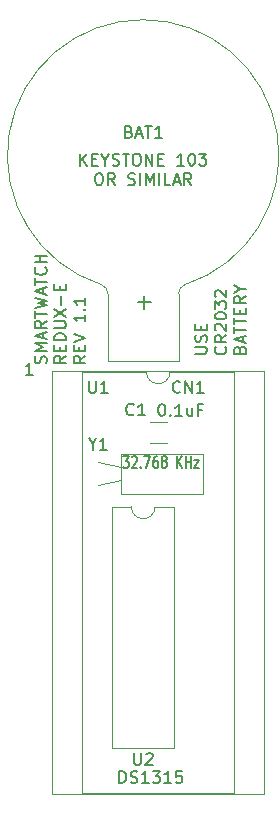
<source format=gto>
%TF.GenerationSoftware,KiCad,Pcbnew,(5.1.9)-1*%
%TF.CreationDate,2021-04-02T22:01:46+08:00*%
%TF.ProjectId,SmartWatchRedux-E,536d6172-7457-4617-9463-685265647578,rev?*%
%TF.SameCoordinates,Original*%
%TF.FileFunction,Legend,Top*%
%TF.FilePolarity,Positive*%
%FSLAX46Y46*%
G04 Gerber Fmt 4.6, Leading zero omitted, Abs format (unit mm)*
G04 Created by KiCad (PCBNEW (5.1.9)-1) date 2021-04-02 22:01:46*
%MOMM*%
%LPD*%
G01*
G04 APERTURE LIST*
%ADD10C,0.150000*%
%ADD11C,0.120000*%
G04 APERTURE END LIST*
D10*
X107473714Y-62428380D02*
X106902285Y-62428380D01*
X107188000Y-62428380D02*
X107188000Y-61428380D01*
X107092761Y-61571238D01*
X106997523Y-61666476D01*
X106902285Y-61714095D01*
X108609761Y-61434023D02*
X108657380Y-61291166D01*
X108657380Y-61053071D01*
X108609761Y-60957833D01*
X108562142Y-60910214D01*
X108466904Y-60862595D01*
X108371666Y-60862595D01*
X108276428Y-60910214D01*
X108228809Y-60957833D01*
X108181190Y-61053071D01*
X108133571Y-61243547D01*
X108085952Y-61338785D01*
X108038333Y-61386404D01*
X107943095Y-61434023D01*
X107847857Y-61434023D01*
X107752619Y-61386404D01*
X107705000Y-61338785D01*
X107657380Y-61243547D01*
X107657380Y-61005452D01*
X107705000Y-60862595D01*
X108657380Y-60434023D02*
X107657380Y-60434023D01*
X108371666Y-60100690D01*
X107657380Y-59767357D01*
X108657380Y-59767357D01*
X108371666Y-59338785D02*
X108371666Y-58862595D01*
X108657380Y-59434023D02*
X107657380Y-59100690D01*
X108657380Y-58767357D01*
X108657380Y-57862595D02*
X108181190Y-58195928D01*
X108657380Y-58434023D02*
X107657380Y-58434023D01*
X107657380Y-58053071D01*
X107705000Y-57957833D01*
X107752619Y-57910214D01*
X107847857Y-57862595D01*
X107990714Y-57862595D01*
X108085952Y-57910214D01*
X108133571Y-57957833D01*
X108181190Y-58053071D01*
X108181190Y-58434023D01*
X107657380Y-57576880D02*
X107657380Y-57005452D01*
X108657380Y-57291166D02*
X107657380Y-57291166D01*
X107657380Y-56767357D02*
X108657380Y-56529261D01*
X107943095Y-56338785D01*
X108657380Y-56148309D01*
X107657380Y-55910214D01*
X108371666Y-55576880D02*
X108371666Y-55100690D01*
X108657380Y-55672119D02*
X107657380Y-55338785D01*
X108657380Y-55005452D01*
X107657380Y-54814976D02*
X107657380Y-54243547D01*
X108657380Y-54529261D02*
X107657380Y-54529261D01*
X108562142Y-53338785D02*
X108609761Y-53386404D01*
X108657380Y-53529261D01*
X108657380Y-53624500D01*
X108609761Y-53767357D01*
X108514523Y-53862595D01*
X108419285Y-53910214D01*
X108228809Y-53957833D01*
X108085952Y-53957833D01*
X107895476Y-53910214D01*
X107800238Y-53862595D01*
X107705000Y-53767357D01*
X107657380Y-53624500D01*
X107657380Y-53529261D01*
X107705000Y-53386404D01*
X107752619Y-53338785D01*
X108657380Y-52910214D02*
X107657380Y-52910214D01*
X108133571Y-52910214D02*
X108133571Y-52338785D01*
X108657380Y-52338785D02*
X107657380Y-52338785D01*
X110307380Y-60814976D02*
X109831190Y-61148309D01*
X110307380Y-61386404D02*
X109307380Y-61386404D01*
X109307380Y-61005452D01*
X109355000Y-60910214D01*
X109402619Y-60862595D01*
X109497857Y-60814976D01*
X109640714Y-60814976D01*
X109735952Y-60862595D01*
X109783571Y-60910214D01*
X109831190Y-61005452D01*
X109831190Y-61386404D01*
X109783571Y-60386404D02*
X109783571Y-60053071D01*
X110307380Y-59910214D02*
X110307380Y-60386404D01*
X109307380Y-60386404D01*
X109307380Y-59910214D01*
X110307380Y-59481642D02*
X109307380Y-59481642D01*
X109307380Y-59243547D01*
X109355000Y-59100690D01*
X109450238Y-59005452D01*
X109545476Y-58957833D01*
X109735952Y-58910214D01*
X109878809Y-58910214D01*
X110069285Y-58957833D01*
X110164523Y-59005452D01*
X110259761Y-59100690D01*
X110307380Y-59243547D01*
X110307380Y-59481642D01*
X109307380Y-58481642D02*
X110116904Y-58481642D01*
X110212142Y-58434023D01*
X110259761Y-58386404D01*
X110307380Y-58291166D01*
X110307380Y-58100690D01*
X110259761Y-58005452D01*
X110212142Y-57957833D01*
X110116904Y-57910214D01*
X109307380Y-57910214D01*
X109307380Y-57529261D02*
X110307380Y-56862595D01*
X109307380Y-56862595D02*
X110307380Y-57529261D01*
X109926428Y-56481642D02*
X109926428Y-55719738D01*
X109783571Y-55243547D02*
X109783571Y-54910214D01*
X110307380Y-54767357D02*
X110307380Y-55243547D01*
X109307380Y-55243547D01*
X109307380Y-54767357D01*
X111957380Y-60814976D02*
X111481190Y-61148309D01*
X111957380Y-61386404D02*
X110957380Y-61386404D01*
X110957380Y-61005452D01*
X111005000Y-60910214D01*
X111052619Y-60862595D01*
X111147857Y-60814976D01*
X111290714Y-60814976D01*
X111385952Y-60862595D01*
X111433571Y-60910214D01*
X111481190Y-61005452D01*
X111481190Y-61386404D01*
X111433571Y-60386404D02*
X111433571Y-60053071D01*
X111957380Y-59910214D02*
X111957380Y-60386404D01*
X110957380Y-60386404D01*
X110957380Y-59910214D01*
X110957380Y-59624500D02*
X111957380Y-59291166D01*
X110957380Y-58957833D01*
X111957380Y-57338785D02*
X111957380Y-57910214D01*
X111957380Y-57624500D02*
X110957380Y-57624500D01*
X111100238Y-57719738D01*
X111195476Y-57814976D01*
X111243095Y-57910214D01*
X111862142Y-56910214D02*
X111909761Y-56862595D01*
X111957380Y-56910214D01*
X111909761Y-56957833D01*
X111862142Y-56910214D01*
X111957380Y-56910214D01*
X111957380Y-55910214D02*
X111957380Y-56481642D01*
X111957380Y-56195928D02*
X110957380Y-56195928D01*
X111100238Y-56291166D01*
X111195476Y-56386404D01*
X111243095Y-56481642D01*
X121246380Y-60624404D02*
X122055904Y-60624404D01*
X122151142Y-60576785D01*
X122198761Y-60529166D01*
X122246380Y-60433928D01*
X122246380Y-60243452D01*
X122198761Y-60148214D01*
X122151142Y-60100595D01*
X122055904Y-60052976D01*
X121246380Y-60052976D01*
X122198761Y-59624404D02*
X122246380Y-59481547D01*
X122246380Y-59243452D01*
X122198761Y-59148214D01*
X122151142Y-59100595D01*
X122055904Y-59052976D01*
X121960666Y-59052976D01*
X121865428Y-59100595D01*
X121817809Y-59148214D01*
X121770190Y-59243452D01*
X121722571Y-59433928D01*
X121674952Y-59529166D01*
X121627333Y-59576785D01*
X121532095Y-59624404D01*
X121436857Y-59624404D01*
X121341619Y-59576785D01*
X121294000Y-59529166D01*
X121246380Y-59433928D01*
X121246380Y-59195833D01*
X121294000Y-59052976D01*
X121722571Y-58624404D02*
X121722571Y-58291071D01*
X122246380Y-58148214D02*
X122246380Y-58624404D01*
X121246380Y-58624404D01*
X121246380Y-58148214D01*
X123801142Y-60052976D02*
X123848761Y-60100595D01*
X123896380Y-60243452D01*
X123896380Y-60338690D01*
X123848761Y-60481547D01*
X123753523Y-60576785D01*
X123658285Y-60624404D01*
X123467809Y-60672023D01*
X123324952Y-60672023D01*
X123134476Y-60624404D01*
X123039238Y-60576785D01*
X122944000Y-60481547D01*
X122896380Y-60338690D01*
X122896380Y-60243452D01*
X122944000Y-60100595D01*
X122991619Y-60052976D01*
X123896380Y-59052976D02*
X123420190Y-59386309D01*
X123896380Y-59624404D02*
X122896380Y-59624404D01*
X122896380Y-59243452D01*
X122944000Y-59148214D01*
X122991619Y-59100595D01*
X123086857Y-59052976D01*
X123229714Y-59052976D01*
X123324952Y-59100595D01*
X123372571Y-59148214D01*
X123420190Y-59243452D01*
X123420190Y-59624404D01*
X122991619Y-58672023D02*
X122944000Y-58624404D01*
X122896380Y-58529166D01*
X122896380Y-58291071D01*
X122944000Y-58195833D01*
X122991619Y-58148214D01*
X123086857Y-58100595D01*
X123182095Y-58100595D01*
X123324952Y-58148214D01*
X123896380Y-58719642D01*
X123896380Y-58100595D01*
X122896380Y-57481547D02*
X122896380Y-57386309D01*
X122944000Y-57291071D01*
X122991619Y-57243452D01*
X123086857Y-57195833D01*
X123277333Y-57148214D01*
X123515428Y-57148214D01*
X123705904Y-57195833D01*
X123801142Y-57243452D01*
X123848761Y-57291071D01*
X123896380Y-57386309D01*
X123896380Y-57481547D01*
X123848761Y-57576785D01*
X123801142Y-57624404D01*
X123705904Y-57672023D01*
X123515428Y-57719642D01*
X123277333Y-57719642D01*
X123086857Y-57672023D01*
X122991619Y-57624404D01*
X122944000Y-57576785D01*
X122896380Y-57481547D01*
X122896380Y-56814880D02*
X122896380Y-56195833D01*
X123277333Y-56529166D01*
X123277333Y-56386309D01*
X123324952Y-56291071D01*
X123372571Y-56243452D01*
X123467809Y-56195833D01*
X123705904Y-56195833D01*
X123801142Y-56243452D01*
X123848761Y-56291071D01*
X123896380Y-56386309D01*
X123896380Y-56672023D01*
X123848761Y-56767261D01*
X123801142Y-56814880D01*
X122991619Y-55814880D02*
X122944000Y-55767261D01*
X122896380Y-55672023D01*
X122896380Y-55433928D01*
X122944000Y-55338690D01*
X122991619Y-55291071D01*
X123086857Y-55243452D01*
X123182095Y-55243452D01*
X123324952Y-55291071D01*
X123896380Y-55862500D01*
X123896380Y-55243452D01*
X125022571Y-60291071D02*
X125070190Y-60148214D01*
X125117809Y-60100595D01*
X125213047Y-60052976D01*
X125355904Y-60052976D01*
X125451142Y-60100595D01*
X125498761Y-60148214D01*
X125546380Y-60243452D01*
X125546380Y-60624404D01*
X124546380Y-60624404D01*
X124546380Y-60291071D01*
X124594000Y-60195833D01*
X124641619Y-60148214D01*
X124736857Y-60100595D01*
X124832095Y-60100595D01*
X124927333Y-60148214D01*
X124974952Y-60195833D01*
X125022571Y-60291071D01*
X125022571Y-60624404D01*
X125260666Y-59672023D02*
X125260666Y-59195833D01*
X125546380Y-59767261D02*
X124546380Y-59433928D01*
X125546380Y-59100595D01*
X124546380Y-58910119D02*
X124546380Y-58338690D01*
X125546380Y-58624404D02*
X124546380Y-58624404D01*
X124546380Y-58148214D02*
X124546380Y-57576785D01*
X125546380Y-57862500D02*
X124546380Y-57862500D01*
X125022571Y-57243452D02*
X125022571Y-56910119D01*
X125546380Y-56767261D02*
X125546380Y-57243452D01*
X124546380Y-57243452D01*
X124546380Y-56767261D01*
X125546380Y-55767261D02*
X125070190Y-56100595D01*
X125546380Y-56338690D02*
X124546380Y-56338690D01*
X124546380Y-55957738D01*
X124594000Y-55862500D01*
X124641619Y-55814880D01*
X124736857Y-55767261D01*
X124879714Y-55767261D01*
X124974952Y-55814880D01*
X125022571Y-55862500D01*
X125070190Y-55957738D01*
X125070190Y-56338690D01*
X125070190Y-55148214D02*
X125546380Y-55148214D01*
X124546380Y-55481547D02*
X125070190Y-55148214D01*
X124546380Y-54814880D01*
X111530476Y-44712380D02*
X111530476Y-43712380D01*
X112101904Y-44712380D02*
X111673333Y-44140952D01*
X112101904Y-43712380D02*
X111530476Y-44283809D01*
X112530476Y-44188571D02*
X112863809Y-44188571D01*
X113006666Y-44712380D02*
X112530476Y-44712380D01*
X112530476Y-43712380D01*
X113006666Y-43712380D01*
X113625714Y-44236190D02*
X113625714Y-44712380D01*
X113292380Y-43712380D02*
X113625714Y-44236190D01*
X113959047Y-43712380D01*
X114244761Y-44664761D02*
X114387619Y-44712380D01*
X114625714Y-44712380D01*
X114720952Y-44664761D01*
X114768571Y-44617142D01*
X114816190Y-44521904D01*
X114816190Y-44426666D01*
X114768571Y-44331428D01*
X114720952Y-44283809D01*
X114625714Y-44236190D01*
X114435238Y-44188571D01*
X114340000Y-44140952D01*
X114292380Y-44093333D01*
X114244761Y-43998095D01*
X114244761Y-43902857D01*
X114292380Y-43807619D01*
X114340000Y-43760000D01*
X114435238Y-43712380D01*
X114673333Y-43712380D01*
X114816190Y-43760000D01*
X115101904Y-43712380D02*
X115673333Y-43712380D01*
X115387619Y-44712380D02*
X115387619Y-43712380D01*
X116197142Y-43712380D02*
X116387619Y-43712380D01*
X116482857Y-43760000D01*
X116578095Y-43855238D01*
X116625714Y-44045714D01*
X116625714Y-44379047D01*
X116578095Y-44569523D01*
X116482857Y-44664761D01*
X116387619Y-44712380D01*
X116197142Y-44712380D01*
X116101904Y-44664761D01*
X116006666Y-44569523D01*
X115959047Y-44379047D01*
X115959047Y-44045714D01*
X116006666Y-43855238D01*
X116101904Y-43760000D01*
X116197142Y-43712380D01*
X117054285Y-44712380D02*
X117054285Y-43712380D01*
X117625714Y-44712380D01*
X117625714Y-43712380D01*
X118101904Y-44188571D02*
X118435238Y-44188571D01*
X118578095Y-44712380D02*
X118101904Y-44712380D01*
X118101904Y-43712380D01*
X118578095Y-43712380D01*
X120292380Y-44712380D02*
X119720952Y-44712380D01*
X120006666Y-44712380D02*
X120006666Y-43712380D01*
X119911428Y-43855238D01*
X119816190Y-43950476D01*
X119720952Y-43998095D01*
X120911428Y-43712380D02*
X121006666Y-43712380D01*
X121101904Y-43760000D01*
X121149523Y-43807619D01*
X121197142Y-43902857D01*
X121244761Y-44093333D01*
X121244761Y-44331428D01*
X121197142Y-44521904D01*
X121149523Y-44617142D01*
X121101904Y-44664761D01*
X121006666Y-44712380D01*
X120911428Y-44712380D01*
X120816190Y-44664761D01*
X120768571Y-44617142D01*
X120720952Y-44521904D01*
X120673333Y-44331428D01*
X120673333Y-44093333D01*
X120720952Y-43902857D01*
X120768571Y-43807619D01*
X120816190Y-43760000D01*
X120911428Y-43712380D01*
X121578095Y-43712380D02*
X122197142Y-43712380D01*
X121863809Y-44093333D01*
X122006666Y-44093333D01*
X122101904Y-44140952D01*
X122149523Y-44188571D01*
X122197142Y-44283809D01*
X122197142Y-44521904D01*
X122149523Y-44617142D01*
X122101904Y-44664761D01*
X122006666Y-44712380D01*
X121720952Y-44712380D01*
X121625714Y-44664761D01*
X121578095Y-44617142D01*
X113006666Y-45362380D02*
X113197142Y-45362380D01*
X113292380Y-45410000D01*
X113387619Y-45505238D01*
X113435238Y-45695714D01*
X113435238Y-46029047D01*
X113387619Y-46219523D01*
X113292380Y-46314761D01*
X113197142Y-46362380D01*
X113006666Y-46362380D01*
X112911428Y-46314761D01*
X112816190Y-46219523D01*
X112768571Y-46029047D01*
X112768571Y-45695714D01*
X112816190Y-45505238D01*
X112911428Y-45410000D01*
X113006666Y-45362380D01*
X114435238Y-46362380D02*
X114101904Y-45886190D01*
X113863809Y-46362380D02*
X113863809Y-45362380D01*
X114244761Y-45362380D01*
X114340000Y-45410000D01*
X114387619Y-45457619D01*
X114435238Y-45552857D01*
X114435238Y-45695714D01*
X114387619Y-45790952D01*
X114340000Y-45838571D01*
X114244761Y-45886190D01*
X113863809Y-45886190D01*
X115578095Y-46314761D02*
X115720952Y-46362380D01*
X115959047Y-46362380D01*
X116054285Y-46314761D01*
X116101904Y-46267142D01*
X116149523Y-46171904D01*
X116149523Y-46076666D01*
X116101904Y-45981428D01*
X116054285Y-45933809D01*
X115959047Y-45886190D01*
X115768571Y-45838571D01*
X115673333Y-45790952D01*
X115625714Y-45743333D01*
X115578095Y-45648095D01*
X115578095Y-45552857D01*
X115625714Y-45457619D01*
X115673333Y-45410000D01*
X115768571Y-45362380D01*
X116006666Y-45362380D01*
X116149523Y-45410000D01*
X116578095Y-46362380D02*
X116578095Y-45362380D01*
X117054285Y-46362380D02*
X117054285Y-45362380D01*
X117387619Y-46076666D01*
X117720952Y-45362380D01*
X117720952Y-46362380D01*
X118197142Y-46362380D02*
X118197142Y-45362380D01*
X119149523Y-46362380D02*
X118673333Y-46362380D01*
X118673333Y-45362380D01*
X119435238Y-46076666D02*
X119911428Y-46076666D01*
X119340000Y-46362380D02*
X119673333Y-45362380D01*
X120006666Y-46362380D01*
X120911428Y-46362380D02*
X120578095Y-45886190D01*
X120340000Y-46362380D02*
X120340000Y-45362380D01*
X120720952Y-45362380D01*
X120816190Y-45410000D01*
X120863809Y-45457619D01*
X120911428Y-45552857D01*
X120911428Y-45695714D01*
X120863809Y-45790952D01*
X120816190Y-45838571D01*
X120720952Y-45886190D01*
X120340000Y-45886190D01*
D11*
%TO.C,C1*%
X118821252Y-68220000D02*
X117398748Y-68220000D01*
X118821252Y-66400000D02*
X117398748Y-66400000D01*
%TO.C,BAT1*%
X119840000Y-61255000D02*
X119840000Y-55555000D01*
X119840000Y-61255000D02*
X113840000Y-61255000D01*
X113840000Y-61255000D02*
X113840000Y-55555000D01*
X113313616Y-54803246D02*
G75*
G02*
X113840000Y-55555000I-273616J-751754D01*
G01*
X116885281Y-32359329D02*
G75*
G03*
X113340000Y-54805000I-45281J-11495671D01*
G01*
X120366384Y-54803246D02*
G75*
G03*
X119840000Y-55555000I273616J-751754D01*
G01*
X116794719Y-32359329D02*
G75*
G02*
X120340000Y-54805000I45281J-11495671D01*
G01*
%TO.C,Y1*%
X121920000Y-72505000D02*
X121920000Y-69105000D01*
X114935000Y-69105000D02*
X114935000Y-72505000D01*
X121920000Y-69105000D02*
X114935000Y-69105000D01*
X114935000Y-72505000D02*
X121920000Y-72505000D01*
X113030000Y-71755000D02*
X114935000Y-71374000D01*
X113030000Y-69850000D02*
X114935000Y-70231000D01*
%TO.C,U1*%
X127060000Y-62110000D02*
X109160000Y-62110000D01*
X127060000Y-97910000D02*
X127060000Y-62110000D01*
X109160000Y-97910000D02*
X127060000Y-97910000D01*
X109160000Y-62110000D02*
X109160000Y-97910000D01*
X124570000Y-62170000D02*
X119110000Y-62170000D01*
X124570000Y-97850000D02*
X124570000Y-62170000D01*
X111650000Y-97850000D02*
X124570000Y-97850000D01*
X111650000Y-62170000D02*
X111650000Y-97850000D01*
X117110000Y-62170000D02*
X111650000Y-62170000D01*
X119110000Y-62170000D02*
G75*
G02*
X117110000Y-62170000I-1000000J0D01*
G01*
%TO.C,U2*%
X119490000Y-73600000D02*
X117840000Y-73600000D01*
X119490000Y-94040000D02*
X119490000Y-73600000D01*
X114190000Y-94040000D02*
X119490000Y-94040000D01*
X114190000Y-73600000D02*
X114190000Y-94040000D01*
X115840000Y-73600000D02*
X114190000Y-73600000D01*
X117840000Y-73600000D02*
G75*
G02*
X115840000Y-73600000I-1000000J0D01*
G01*
%TD*%
%TO.C,C1*%
D10*
X116038333Y-65762142D02*
X115990714Y-65809761D01*
X115847857Y-65857380D01*
X115752619Y-65857380D01*
X115609761Y-65809761D01*
X115514523Y-65714523D01*
X115466904Y-65619285D01*
X115419285Y-65428809D01*
X115419285Y-65285952D01*
X115466904Y-65095476D01*
X115514523Y-65000238D01*
X115609761Y-64905000D01*
X115752619Y-64857380D01*
X115847857Y-64857380D01*
X115990714Y-64905000D01*
X116038333Y-64952619D01*
X116990714Y-65857380D02*
X116419285Y-65857380D01*
X116705000Y-65857380D02*
X116705000Y-64857380D01*
X116609761Y-65000238D01*
X116514523Y-65095476D01*
X116419285Y-65143095D01*
X118372142Y-64912380D02*
X118467380Y-64912380D01*
X118562619Y-64960000D01*
X118610238Y-65007619D01*
X118657857Y-65102857D01*
X118705476Y-65293333D01*
X118705476Y-65531428D01*
X118657857Y-65721904D01*
X118610238Y-65817142D01*
X118562619Y-65864761D01*
X118467380Y-65912380D01*
X118372142Y-65912380D01*
X118276904Y-65864761D01*
X118229285Y-65817142D01*
X118181666Y-65721904D01*
X118134047Y-65531428D01*
X118134047Y-65293333D01*
X118181666Y-65102857D01*
X118229285Y-65007619D01*
X118276904Y-64960000D01*
X118372142Y-64912380D01*
X119134047Y-65817142D02*
X119181666Y-65864761D01*
X119134047Y-65912380D01*
X119086428Y-65864761D01*
X119134047Y-65817142D01*
X119134047Y-65912380D01*
X120134047Y-65912380D02*
X119562619Y-65912380D01*
X119848333Y-65912380D02*
X119848333Y-64912380D01*
X119753095Y-65055238D01*
X119657857Y-65150476D01*
X119562619Y-65198095D01*
X120991190Y-65245714D02*
X120991190Y-65912380D01*
X120562619Y-65245714D02*
X120562619Y-65769523D01*
X120610238Y-65864761D01*
X120705476Y-65912380D01*
X120848333Y-65912380D01*
X120943571Y-65864761D01*
X120991190Y-65817142D01*
X121800714Y-65388571D02*
X121467380Y-65388571D01*
X121467380Y-65912380D02*
X121467380Y-64912380D01*
X121943571Y-64912380D01*
%TO.C,BAT1*%
X115625714Y-41838571D02*
X115768571Y-41886190D01*
X115816190Y-41933809D01*
X115863809Y-42029047D01*
X115863809Y-42171904D01*
X115816190Y-42267142D01*
X115768571Y-42314761D01*
X115673333Y-42362380D01*
X115292380Y-42362380D01*
X115292380Y-41362380D01*
X115625714Y-41362380D01*
X115720952Y-41410000D01*
X115768571Y-41457619D01*
X115816190Y-41552857D01*
X115816190Y-41648095D01*
X115768571Y-41743333D01*
X115720952Y-41790952D01*
X115625714Y-41838571D01*
X115292380Y-41838571D01*
X116244761Y-42076666D02*
X116720952Y-42076666D01*
X116149523Y-42362380D02*
X116482857Y-41362380D01*
X116816190Y-42362380D01*
X117006666Y-41362380D02*
X117578095Y-41362380D01*
X117292380Y-42362380D02*
X117292380Y-41362380D01*
X118435238Y-42362380D02*
X117863809Y-42362380D01*
X118149523Y-42362380D02*
X118149523Y-41362380D01*
X118054285Y-41505238D01*
X117959047Y-41600476D01*
X117863809Y-41648095D01*
X116947142Y-56876428D02*
X116947142Y-55733571D01*
X117518571Y-56305000D02*
X116375714Y-56305000D01*
%TO.C,CN1*%
X119959523Y-63857142D02*
X119911904Y-63904761D01*
X119769047Y-63952380D01*
X119673809Y-63952380D01*
X119530952Y-63904761D01*
X119435714Y-63809523D01*
X119388095Y-63714285D01*
X119340476Y-63523809D01*
X119340476Y-63380952D01*
X119388095Y-63190476D01*
X119435714Y-63095238D01*
X119530952Y-63000000D01*
X119673809Y-62952380D01*
X119769047Y-62952380D01*
X119911904Y-63000000D01*
X119959523Y-63047619D01*
X120388095Y-63952380D02*
X120388095Y-62952380D01*
X120959523Y-63952380D01*
X120959523Y-62952380D01*
X121959523Y-63952380D02*
X121388095Y-63952380D01*
X121673809Y-63952380D02*
X121673809Y-62952380D01*
X121578571Y-63095238D01*
X121483333Y-63190476D01*
X121388095Y-63238095D01*
%TO.C,Y1*%
X112553809Y-68302190D02*
X112553809Y-68778380D01*
X112220476Y-67778380D02*
X112553809Y-68302190D01*
X112887142Y-67778380D01*
X113744285Y-68778380D02*
X113172857Y-68778380D01*
X113458571Y-68778380D02*
X113458571Y-67778380D01*
X113363333Y-67921238D01*
X113268095Y-68016476D01*
X113172857Y-68064095D01*
X115149714Y-69302380D02*
X115614000Y-69302380D01*
X115364000Y-69683333D01*
X115471142Y-69683333D01*
X115542571Y-69730952D01*
X115578285Y-69778571D01*
X115614000Y-69873809D01*
X115614000Y-70111904D01*
X115578285Y-70207142D01*
X115542571Y-70254761D01*
X115471142Y-70302380D01*
X115256857Y-70302380D01*
X115185428Y-70254761D01*
X115149714Y-70207142D01*
X115899714Y-69397619D02*
X115935428Y-69350000D01*
X116006857Y-69302380D01*
X116185428Y-69302380D01*
X116256857Y-69350000D01*
X116292571Y-69397619D01*
X116328285Y-69492857D01*
X116328285Y-69588095D01*
X116292571Y-69730952D01*
X115864000Y-70302380D01*
X116328285Y-70302380D01*
X116649714Y-70207142D02*
X116685428Y-70254761D01*
X116649714Y-70302380D01*
X116614000Y-70254761D01*
X116649714Y-70207142D01*
X116649714Y-70302380D01*
X116935428Y-69302380D02*
X117435428Y-69302380D01*
X117114000Y-70302380D01*
X118042571Y-69302380D02*
X117899714Y-69302380D01*
X117828285Y-69350000D01*
X117792571Y-69397619D01*
X117721142Y-69540476D01*
X117685428Y-69730952D01*
X117685428Y-70111904D01*
X117721142Y-70207142D01*
X117756857Y-70254761D01*
X117828285Y-70302380D01*
X117971142Y-70302380D01*
X118042571Y-70254761D01*
X118078285Y-70207142D01*
X118114000Y-70111904D01*
X118114000Y-69873809D01*
X118078285Y-69778571D01*
X118042571Y-69730952D01*
X117971142Y-69683333D01*
X117828285Y-69683333D01*
X117756857Y-69730952D01*
X117721142Y-69778571D01*
X117685428Y-69873809D01*
X118542571Y-69730952D02*
X118471142Y-69683333D01*
X118435428Y-69635714D01*
X118399714Y-69540476D01*
X118399714Y-69492857D01*
X118435428Y-69397619D01*
X118471142Y-69350000D01*
X118542571Y-69302380D01*
X118685428Y-69302380D01*
X118756857Y-69350000D01*
X118792571Y-69397619D01*
X118828285Y-69492857D01*
X118828285Y-69540476D01*
X118792571Y-69635714D01*
X118756857Y-69683333D01*
X118685428Y-69730952D01*
X118542571Y-69730952D01*
X118471142Y-69778571D01*
X118435428Y-69826190D01*
X118399714Y-69921428D01*
X118399714Y-70111904D01*
X118435428Y-70207142D01*
X118471142Y-70254761D01*
X118542571Y-70302380D01*
X118685428Y-70302380D01*
X118756857Y-70254761D01*
X118792571Y-70207142D01*
X118828285Y-70111904D01*
X118828285Y-69921428D01*
X118792571Y-69826190D01*
X118756857Y-69778571D01*
X118685428Y-69730952D01*
X119721142Y-70302380D02*
X119721142Y-69302380D01*
X120149714Y-70302380D02*
X119828285Y-69730952D01*
X120149714Y-69302380D02*
X119721142Y-69873809D01*
X120471142Y-70302380D02*
X120471142Y-69302380D01*
X120471142Y-69778571D02*
X120899714Y-69778571D01*
X120899714Y-70302380D02*
X120899714Y-69302380D01*
X121185428Y-69635714D02*
X121578285Y-69635714D01*
X121185428Y-70302380D01*
X121578285Y-70302380D01*
%TO.C,U1*%
X112268095Y-62952380D02*
X112268095Y-63761904D01*
X112315714Y-63857142D01*
X112363333Y-63904761D01*
X112458571Y-63952380D01*
X112649047Y-63952380D01*
X112744285Y-63904761D01*
X112791904Y-63857142D01*
X112839523Y-63761904D01*
X112839523Y-62952380D01*
X113839523Y-63952380D02*
X113268095Y-63952380D01*
X113553809Y-63952380D02*
X113553809Y-62952380D01*
X113458571Y-63095238D01*
X113363333Y-63190476D01*
X113268095Y-63238095D01*
%TO.C,U2*%
X116078095Y-94448380D02*
X116078095Y-95257904D01*
X116125714Y-95353142D01*
X116173333Y-95400761D01*
X116268571Y-95448380D01*
X116459047Y-95448380D01*
X116554285Y-95400761D01*
X116601904Y-95353142D01*
X116649523Y-95257904D01*
X116649523Y-94448380D01*
X117078095Y-94543619D02*
X117125714Y-94496000D01*
X117220952Y-94448380D01*
X117459047Y-94448380D01*
X117554285Y-94496000D01*
X117601904Y-94543619D01*
X117649523Y-94638857D01*
X117649523Y-94734095D01*
X117601904Y-94876952D01*
X117030476Y-95448380D01*
X117649523Y-95448380D01*
X114832142Y-96972380D02*
X114832142Y-95972380D01*
X115070238Y-95972380D01*
X115213095Y-96020000D01*
X115308333Y-96115238D01*
X115355952Y-96210476D01*
X115403571Y-96400952D01*
X115403571Y-96543809D01*
X115355952Y-96734285D01*
X115308333Y-96829523D01*
X115213095Y-96924761D01*
X115070238Y-96972380D01*
X114832142Y-96972380D01*
X115784523Y-96924761D02*
X115927380Y-96972380D01*
X116165476Y-96972380D01*
X116260714Y-96924761D01*
X116308333Y-96877142D01*
X116355952Y-96781904D01*
X116355952Y-96686666D01*
X116308333Y-96591428D01*
X116260714Y-96543809D01*
X116165476Y-96496190D01*
X115975000Y-96448571D01*
X115879761Y-96400952D01*
X115832142Y-96353333D01*
X115784523Y-96258095D01*
X115784523Y-96162857D01*
X115832142Y-96067619D01*
X115879761Y-96020000D01*
X115975000Y-95972380D01*
X116213095Y-95972380D01*
X116355952Y-96020000D01*
X117308333Y-96972380D02*
X116736904Y-96972380D01*
X117022619Y-96972380D02*
X117022619Y-95972380D01*
X116927380Y-96115238D01*
X116832142Y-96210476D01*
X116736904Y-96258095D01*
X117641666Y-95972380D02*
X118260714Y-95972380D01*
X117927380Y-96353333D01*
X118070238Y-96353333D01*
X118165476Y-96400952D01*
X118213095Y-96448571D01*
X118260714Y-96543809D01*
X118260714Y-96781904D01*
X118213095Y-96877142D01*
X118165476Y-96924761D01*
X118070238Y-96972380D01*
X117784523Y-96972380D01*
X117689285Y-96924761D01*
X117641666Y-96877142D01*
X119213095Y-96972380D02*
X118641666Y-96972380D01*
X118927380Y-96972380D02*
X118927380Y-95972380D01*
X118832142Y-96115238D01*
X118736904Y-96210476D01*
X118641666Y-96258095D01*
X120117857Y-95972380D02*
X119641666Y-95972380D01*
X119594047Y-96448571D01*
X119641666Y-96400952D01*
X119736904Y-96353333D01*
X119975000Y-96353333D01*
X120070238Y-96400952D01*
X120117857Y-96448571D01*
X120165476Y-96543809D01*
X120165476Y-96781904D01*
X120117857Y-96877142D01*
X120070238Y-96924761D01*
X119975000Y-96972380D01*
X119736904Y-96972380D01*
X119641666Y-96924761D01*
X119594047Y-96877142D01*
%TD*%
M02*

</source>
